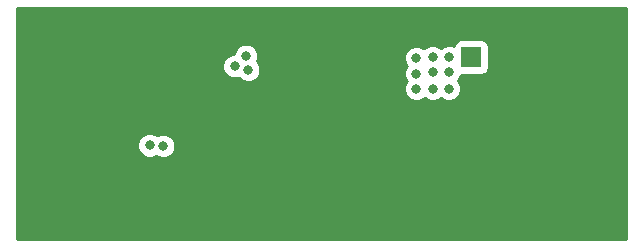
<source format=gbl>
G04 #@! TF.GenerationSoftware,KiCad,Pcbnew,(5.0.1)-4*
G04 #@! TF.CreationDate,2019-05-20T12:59:14-07:00*
G04 #@! TF.ProjectId,Tripler_circuit,547269706C65725F636972637569742E,rev?*
G04 #@! TF.SameCoordinates,Original*
G04 #@! TF.FileFunction,Copper,L4,Bot,Signal*
G04 #@! TF.FilePolarity,Positive*
%FSLAX46Y46*%
G04 Gerber Fmt 4.6, Leading zero omitted, Abs format (unit mm)*
G04 Created by KiCad (PCBNEW (5.0.1)-4) date 5/20/2019 12:59:14 PM*
%MOMM*%
%LPD*%
G01*
G04 APERTURE LIST*
G04 #@! TA.AperFunction,ComponentPad*
%ADD10R,1.700000X1.700000*%
G04 #@! TD*
G04 #@! TA.AperFunction,ComponentPad*
%ADD11O,1.700000X1.700000*%
G04 #@! TD*
G04 #@! TA.AperFunction,ViaPad*
%ADD12C,0.350000*%
G04 #@! TD*
G04 #@! TA.AperFunction,ViaPad*
%ADD13C,0.600000*%
G04 #@! TD*
G04 #@! TA.AperFunction,ComponentPad*
%ADD14C,0.600000*%
G04 #@! TD*
G04 #@! TA.AperFunction,ViaPad*
%ADD15C,0.800000*%
G04 #@! TD*
G04 #@! TA.AperFunction,Conductor*
%ADD16C,0.250000*%
G04 #@! TD*
G04 #@! TA.AperFunction,Conductor*
%ADD17C,0.254000*%
G04 #@! TD*
G04 APERTURE END LIST*
D10*
G04 #@! TO.P,J1,1*
G04 #@! TO.N,+5V*
X138684000Y-86360000D03*
D11*
G04 #@! TO.P,J1,2*
G04 #@! TO.N,GND*
X141224000Y-86360000D03*
G04 #@! TD*
D12*
G04 #@! TO.N,GND*
G04 #@! TO.C,U2*
X116675000Y-89700000D03*
X116225000Y-89700000D03*
X116675000Y-90450000D03*
X116225000Y-90450000D03*
X116225000Y-90075000D03*
X116675000Y-90075000D03*
X116675000Y-89325000D03*
X116675000Y-88950000D03*
X116225000Y-89325000D03*
X116225000Y-88950000D03*
G04 #@! TD*
D13*
G04 #@! TO.N,GND*
G04 #@! TO.C,U1*
X128225000Y-90890000D03*
X129495000Y-90890000D03*
X130765000Y-90890000D03*
X130765000Y-92390000D03*
X129495000Y-92390000D03*
X128225000Y-92390000D03*
X126955000Y-92390000D03*
X125685000Y-92390000D03*
X125685000Y-93890000D03*
X126955000Y-93890000D03*
X128225000Y-93890000D03*
G04 #@! TD*
D14*
G04 #@! TO.P,U3,2*
G04 #@! TO.N,GND*
X134560000Y-96580000D03*
X135700000Y-96580000D03*
G04 #@! TO.P,U3,4*
X134560000Y-94180000D03*
X135700000Y-94180000D03*
G04 #@! TD*
G04 #@! TO.P,U5,4*
G04 #@! TO.N,GND*
X141420000Y-94170000D03*
X140280000Y-94170000D03*
G04 #@! TO.P,U5,2*
X141420000Y-96570000D03*
X140280000Y-96570000D03*
G04 #@! TD*
D15*
G04 #@! TO.N,+5V*
X136800000Y-86375000D03*
X135400000Y-86375000D03*
X135400000Y-87650000D03*
X136800000Y-87650000D03*
X136775000Y-89050000D03*
X135425000Y-89050000D03*
X134025000Y-89050000D03*
X134025000Y-87750000D03*
X134025000Y-86425000D03*
X111450000Y-93825000D03*
X112600000Y-93875000D03*
X119800000Y-87425000D03*
X118650000Y-87125000D03*
X119600000Y-86250000D03*
G04 #@! TO.N,GND*
X147600000Y-93050000D03*
X150100000Y-95450000D03*
X147625000Y-97675000D03*
X141900000Y-88975000D03*
X143175000Y-89000000D03*
X144475000Y-89050000D03*
X144500000Y-87750000D03*
X143225000Y-87700000D03*
X143225000Y-86375000D03*
X144525000Y-86400000D03*
X143825000Y-91350000D03*
X145150000Y-91275000D03*
X146500000Y-91325000D03*
X147875000Y-91350000D03*
X149200000Y-91300000D03*
X150575000Y-91300000D03*
X144175000Y-99400000D03*
X145200000Y-99450000D03*
X146475000Y-99475000D03*
X147925000Y-99475000D03*
X149250000Y-99500000D03*
X150600000Y-99475000D03*
X143625000Y-97950000D03*
X143600000Y-92975000D03*
X103675000Y-87075000D03*
X101375000Y-89450000D03*
X103650000Y-91775000D03*
X101375000Y-93650000D03*
X102650000Y-93650000D03*
X103900000Y-93675000D03*
X105175000Y-93675000D03*
X106350000Y-93725000D03*
X107625000Y-93750000D03*
X109000000Y-93200000D03*
X101375000Y-85200000D03*
X102775000Y-85200000D03*
X103950000Y-85200000D03*
X105175000Y-85200000D03*
X106350000Y-85200000D03*
X107500000Y-85450000D03*
X107500000Y-85450000D03*
D12*
X107625000Y-90575000D03*
X108100000Y-90575000D03*
X108625000Y-90575000D03*
X109175000Y-90575000D03*
X109475000Y-91075000D03*
X110075000Y-91325000D03*
X110675000Y-91350000D03*
X111150000Y-90975000D03*
X111525000Y-90600000D03*
X112150000Y-90625000D03*
X112800000Y-90625000D03*
X107700000Y-88425000D03*
X108300000Y-88425000D03*
X108975000Y-88425000D03*
X109625000Y-88425000D03*
X110250000Y-88425000D03*
X110900000Y-88425000D03*
X111525000Y-88425000D03*
X112200000Y-88425000D03*
X112825000Y-88425000D03*
X113525000Y-88425000D03*
X114225000Y-88425000D03*
X114850000Y-88350000D03*
X115475000Y-88125000D03*
X116075000Y-88125000D03*
X116675000Y-88125000D03*
X117350000Y-88150000D03*
X114775000Y-92650000D03*
X114775000Y-92075000D03*
X114775000Y-91500000D03*
X114775000Y-90900000D03*
X115400000Y-91200000D03*
X115975000Y-91225000D03*
X116600000Y-91225000D03*
X117175000Y-91225000D03*
X117750000Y-91275000D03*
X117750000Y-91950000D03*
X117750000Y-92450000D03*
X122325000Y-90350000D03*
X121775000Y-90350000D03*
X121150000Y-90375000D03*
X120525000Y-90375000D03*
X119925000Y-90400000D03*
X119325000Y-90400000D03*
X118850498Y-90124502D03*
X119325000Y-92025000D03*
X119325000Y-91250000D03*
X121250000Y-87350000D03*
X120950000Y-88325000D03*
X121750000Y-88325000D03*
X122400000Y-88325000D03*
X123075000Y-88300000D03*
X123900000Y-88275000D03*
X124625000Y-88050000D03*
X125300000Y-88025000D03*
X125975000Y-88025000D03*
X126700000Y-88050000D03*
X126700000Y-88050000D03*
X133625000Y-96400000D03*
X132750000Y-96400000D03*
X131950000Y-96625000D03*
X131000000Y-96900000D03*
X130250000Y-96900000D03*
X133625000Y-94300000D03*
X132725000Y-94225000D03*
X132025000Y-93975000D03*
X136725000Y-94250000D03*
X137450000Y-94300000D03*
X138125000Y-94325000D03*
X138825000Y-94350000D03*
X139475000Y-94125000D03*
X142325000Y-94275000D03*
X142975000Y-94400000D03*
X143825000Y-94425000D03*
X136700000Y-96425000D03*
X137375000Y-96425000D03*
X138100000Y-96450000D03*
X138825000Y-96450000D03*
X139475000Y-96675000D03*
X142400000Y-96450000D03*
X143100000Y-96375000D03*
X143925000Y-96300000D03*
X124075000Y-90425000D03*
X124575000Y-90850000D03*
D15*
X128225000Y-87625000D03*
X129600000Y-87650000D03*
X130900000Y-87675000D03*
X125675000Y-97175000D03*
X126975000Y-97200000D03*
X128350000Y-97225000D03*
X123600000Y-95375000D03*
X123550000Y-94025000D03*
X132675000Y-89850000D03*
X132675000Y-91350000D03*
X132725000Y-92675000D03*
X120600000Y-95725000D03*
X116775000Y-95775000D03*
X112150000Y-95850000D03*
X107050000Y-95825000D03*
X102525000Y-95800000D03*
X120650000Y-99600000D03*
X117000000Y-99600000D03*
X125025000Y-99550000D03*
X128575000Y-99650000D03*
X132225000Y-99700000D03*
X136275000Y-99800000D03*
X140425000Y-99850000D03*
X135125000Y-91350000D03*
X138075000Y-91500000D03*
X141200000Y-91525000D03*
X147900000Y-89125000D03*
X147875000Y-86675000D03*
X147800000Y-83725000D03*
X128425000Y-84225000D03*
X130825000Y-84325000D03*
X124900000Y-84325000D03*
X121775000Y-84225000D03*
X118375000Y-84250000D03*
X114450000Y-84250000D03*
X111250000Y-84300000D03*
G04 #@! TD*
D16*
G04 #@! TO.N,GND*
X141925000Y-88950000D02*
X141900000Y-88975000D01*
X143175000Y-89000000D02*
X144425000Y-89000000D01*
X144425000Y-89000000D02*
X144475000Y-89050000D01*
X144500000Y-87750000D02*
X143275000Y-87750000D01*
X143275000Y-87750000D02*
X143225000Y-87700000D01*
X143225000Y-86375000D02*
X144500000Y-86375000D01*
X144500000Y-86375000D02*
X144525000Y-86400000D01*
X143825000Y-91350000D02*
X145075000Y-91350000D01*
X145075000Y-91350000D02*
X145150000Y-91275000D01*
X146500000Y-91325000D02*
X147850000Y-91325000D01*
X147850000Y-91325000D02*
X147875000Y-91350000D01*
X149200000Y-91300000D02*
X150575000Y-91300000D01*
X144175000Y-99400000D02*
X145150000Y-99400000D01*
X145150000Y-99400000D02*
X145200000Y-99450000D01*
X146475000Y-99475000D02*
X147925000Y-99475000D01*
X149250000Y-99500000D02*
X150575000Y-99500000D01*
X150575000Y-99500000D02*
X150600000Y-99475000D01*
X143825000Y-91350000D02*
X143825000Y-92750000D01*
X143825000Y-92750000D02*
X143600000Y-92975000D01*
X101375000Y-93650000D02*
X102650000Y-93650000D01*
X103900000Y-93675000D02*
X105175000Y-93675000D01*
X106350000Y-93725000D02*
X107600000Y-93725000D01*
X107600000Y-93725000D02*
X107625000Y-93750000D01*
X101375000Y-85200000D02*
X102775000Y-85200000D01*
X103950000Y-85200000D02*
X105175000Y-85200000D01*
X106350000Y-85200000D02*
X107250000Y-85200000D01*
X107250000Y-85200000D02*
X107500000Y-85450000D01*
X107625000Y-90575000D02*
X108100000Y-90575000D01*
X108625000Y-90575000D02*
X109175000Y-90575000D01*
X109475000Y-91075000D02*
X109825000Y-91075000D01*
X109825000Y-91075000D02*
X110075000Y-91325000D01*
X110675000Y-91350000D02*
X110775000Y-91350000D01*
X110775000Y-91350000D02*
X111150000Y-90975000D01*
X111525000Y-90600000D02*
X112125000Y-90600000D01*
X112125000Y-90600000D02*
X112150000Y-90625000D01*
X107700000Y-88425000D02*
X108300000Y-88425000D01*
X108975000Y-88425000D02*
X109625000Y-88425000D01*
X110250000Y-88425000D02*
X110900000Y-88425000D01*
X111525000Y-88425000D02*
X112200000Y-88425000D01*
X112825000Y-88425000D02*
X113525000Y-88425000D01*
X114225000Y-88425000D02*
X114775000Y-88425000D01*
X114775000Y-88425000D02*
X114850000Y-88350000D01*
X115475000Y-88125000D02*
X116075000Y-88125000D01*
X116675000Y-88125000D02*
X117325000Y-88125000D01*
X117325000Y-88125000D02*
X117350000Y-88150000D01*
X114775000Y-92650000D02*
X114775000Y-92075000D01*
X114775000Y-91500000D02*
X114775000Y-90900000D01*
X115400000Y-91200000D02*
X115950000Y-91200000D01*
X115950000Y-91200000D02*
X115975000Y-91225000D01*
X116600000Y-91225000D02*
X117175000Y-91225000D01*
X117750000Y-91275000D02*
X117750000Y-91950000D01*
X122325000Y-90350000D02*
X121775000Y-90350000D01*
X121150000Y-90375000D02*
X120525000Y-90375000D01*
X119925000Y-90400000D02*
X119325000Y-90400000D01*
X119325000Y-92025000D02*
X119325000Y-91250000D01*
X121250000Y-87350000D02*
X121250000Y-88025000D01*
X121250000Y-88025000D02*
X120950000Y-88325000D01*
X121750000Y-88325000D02*
X122400000Y-88325000D01*
X123075000Y-88300000D02*
X123875000Y-88300000D01*
X123875000Y-88300000D02*
X123900000Y-88275000D01*
X124625000Y-88050000D02*
X125275000Y-88050000D01*
X125275000Y-88050000D02*
X125300000Y-88025000D01*
X125975000Y-88025000D02*
X126675000Y-88025000D01*
X126675000Y-88025000D02*
X126700000Y-88050000D01*
X133625000Y-96400000D02*
X132750000Y-96400000D01*
X131950000Y-96625000D02*
X131275000Y-96625000D01*
X131275000Y-96625000D02*
X131000000Y-96900000D01*
X134560000Y-94180000D02*
X133745000Y-94180000D01*
X133745000Y-94180000D02*
X133625000Y-94300000D01*
X132725000Y-94225000D02*
X132275000Y-94225000D01*
X132275000Y-94225000D02*
X132025000Y-93975000D01*
X136725000Y-94250000D02*
X137400000Y-94250000D01*
X137400000Y-94250000D02*
X137450000Y-94300000D01*
X138125000Y-94325000D02*
X138800000Y-94325000D01*
X138800000Y-94325000D02*
X138825000Y-94350000D01*
X140235000Y-94125000D02*
X140280000Y-94170000D01*
X139475000Y-94125000D02*
X140235000Y-94125000D01*
X141420000Y-94170000D02*
X142220000Y-94170000D01*
X142220000Y-94170000D02*
X142325000Y-94275000D01*
X142975000Y-94400000D02*
X143800000Y-94400000D01*
X143800000Y-94400000D02*
X143825000Y-94425000D01*
X136700000Y-96425000D02*
X137375000Y-96425000D01*
X138100000Y-96450000D02*
X138825000Y-96450000D01*
X139827487Y-96570000D02*
X140280000Y-96570000D01*
X139475000Y-96675000D02*
X139722487Y-96675000D01*
X139722487Y-96675000D02*
X139827487Y-96570000D01*
X141420000Y-96570000D02*
X142280000Y-96570000D01*
X142280000Y-96570000D02*
X142400000Y-96450000D01*
X143100000Y-96375000D02*
X143850000Y-96375000D01*
X143850000Y-96375000D02*
X143925000Y-96300000D01*
X124075000Y-90425000D02*
X124150000Y-90425000D01*
X124150000Y-90425000D02*
X124575000Y-90850000D01*
X128225000Y-87625000D02*
X129575000Y-87625000D01*
X129575000Y-87625000D02*
X129600000Y-87650000D01*
X125675000Y-97175000D02*
X126950000Y-97175000D01*
X126950000Y-97175000D02*
X126975000Y-97200000D01*
X123600000Y-95375000D02*
X123600000Y-94075000D01*
X123600000Y-94075000D02*
X123550000Y-94025000D01*
X132675000Y-89850000D02*
X132675000Y-91350000D01*
X125675000Y-97175000D02*
X122050000Y-97175000D01*
X122050000Y-97175000D02*
X120600000Y-95725000D01*
X116775000Y-95775000D02*
X112225000Y-95775000D01*
X112225000Y-95775000D02*
X112150000Y-95850000D01*
X107050000Y-95825000D02*
X102550000Y-95825000D01*
X102550000Y-95825000D02*
X102525000Y-95800000D01*
X120650000Y-99600000D02*
X117000000Y-99600000D01*
X125025000Y-99550000D02*
X128475000Y-99550000D01*
X128475000Y-99550000D02*
X128575000Y-99650000D01*
X132225000Y-99700000D02*
X136175000Y-99700000D01*
X136175000Y-99700000D02*
X136275000Y-99800000D01*
X132675000Y-91350000D02*
X135125000Y-91350000D01*
X138075000Y-91500000D02*
X141175000Y-91500000D01*
X141175000Y-91500000D02*
X141200000Y-91525000D01*
X147900000Y-89125000D02*
X147900000Y-86700000D01*
X147900000Y-86700000D02*
X147875000Y-86675000D01*
X128225000Y-87625000D02*
X128225000Y-84425000D01*
X128225000Y-84425000D02*
X128425000Y-84225000D01*
X128425000Y-84225000D02*
X125000000Y-84225000D01*
X125000000Y-84225000D02*
X124900000Y-84325000D01*
X118375000Y-84250000D02*
X114450000Y-84250000D01*
G04 #@! TD*
D17*
G04 #@! TO.N,GND*
G36*
X151765000Y-101727000D02*
X100203000Y-101727000D01*
X100203000Y-93619126D01*
X110415000Y-93619126D01*
X110415000Y-94030874D01*
X110572569Y-94411280D01*
X110863720Y-94702431D01*
X111244126Y-94860000D01*
X111655874Y-94860000D01*
X111984972Y-94723683D01*
X112013720Y-94752431D01*
X112394126Y-94910000D01*
X112805874Y-94910000D01*
X113186280Y-94752431D01*
X113477431Y-94461280D01*
X113635000Y-94080874D01*
X113635000Y-93669126D01*
X113477431Y-93288720D01*
X113186280Y-92997569D01*
X112805874Y-92840000D01*
X112394126Y-92840000D01*
X112065028Y-92976317D01*
X112036280Y-92947569D01*
X111655874Y-92790000D01*
X111244126Y-92790000D01*
X110863720Y-92947569D01*
X110572569Y-93238720D01*
X110415000Y-93619126D01*
X100203000Y-93619126D01*
X100203000Y-86919126D01*
X117615000Y-86919126D01*
X117615000Y-87330874D01*
X117772569Y-87711280D01*
X118063720Y-88002431D01*
X118444126Y-88160000D01*
X118855874Y-88160000D01*
X119008195Y-88096906D01*
X119213720Y-88302431D01*
X119594126Y-88460000D01*
X120005874Y-88460000D01*
X120386280Y-88302431D01*
X120677431Y-88011280D01*
X120835000Y-87630874D01*
X120835000Y-87219126D01*
X120677431Y-86838720D01*
X120535295Y-86696584D01*
X120635000Y-86455874D01*
X120635000Y-86219126D01*
X132990000Y-86219126D01*
X132990000Y-86630874D01*
X133147569Y-87011280D01*
X133223789Y-87087500D01*
X133147569Y-87163720D01*
X132990000Y-87544126D01*
X132990000Y-87955874D01*
X133147569Y-88336280D01*
X133211289Y-88400000D01*
X133147569Y-88463720D01*
X132990000Y-88844126D01*
X132990000Y-89255874D01*
X133147569Y-89636280D01*
X133438720Y-89927431D01*
X133819126Y-90085000D01*
X134230874Y-90085000D01*
X134611280Y-89927431D01*
X134725000Y-89813711D01*
X134838720Y-89927431D01*
X135219126Y-90085000D01*
X135630874Y-90085000D01*
X136011280Y-89927431D01*
X136100000Y-89838711D01*
X136188720Y-89927431D01*
X136569126Y-90085000D01*
X136980874Y-90085000D01*
X137361280Y-89927431D01*
X137652431Y-89636280D01*
X137810000Y-89255874D01*
X137810000Y-88844126D01*
X137652431Y-88463720D01*
X137551211Y-88362500D01*
X137677431Y-88236280D01*
X137834351Y-87857440D01*
X139534000Y-87857440D01*
X139781765Y-87808157D01*
X139991809Y-87667809D01*
X140132157Y-87457765D01*
X140181440Y-87210000D01*
X140181440Y-85510000D01*
X140132157Y-85262235D01*
X139991809Y-85052191D01*
X139781765Y-84911843D01*
X139534000Y-84862560D01*
X137834000Y-84862560D01*
X137586235Y-84911843D01*
X137376191Y-85052191D01*
X137235843Y-85262235D01*
X137204047Y-85422086D01*
X137005874Y-85340000D01*
X136594126Y-85340000D01*
X136213720Y-85497569D01*
X136100000Y-85611289D01*
X135986280Y-85497569D01*
X135605874Y-85340000D01*
X135194126Y-85340000D01*
X134813720Y-85497569D01*
X134687500Y-85623789D01*
X134611280Y-85547569D01*
X134230874Y-85390000D01*
X133819126Y-85390000D01*
X133438720Y-85547569D01*
X133147569Y-85838720D01*
X132990000Y-86219126D01*
X120635000Y-86219126D01*
X120635000Y-86044126D01*
X120477431Y-85663720D01*
X120186280Y-85372569D01*
X119805874Y-85215000D01*
X119394126Y-85215000D01*
X119013720Y-85372569D01*
X118722569Y-85663720D01*
X118565000Y-86044126D01*
X118565000Y-86090000D01*
X118444126Y-86090000D01*
X118063720Y-86247569D01*
X117772569Y-86538720D01*
X117615000Y-86919126D01*
X100203000Y-86919126D01*
X100203000Y-82169000D01*
X151765000Y-82169000D01*
X151765000Y-101727000D01*
X151765000Y-101727000D01*
G37*
X151765000Y-101727000D02*
X100203000Y-101727000D01*
X100203000Y-93619126D01*
X110415000Y-93619126D01*
X110415000Y-94030874D01*
X110572569Y-94411280D01*
X110863720Y-94702431D01*
X111244126Y-94860000D01*
X111655874Y-94860000D01*
X111984972Y-94723683D01*
X112013720Y-94752431D01*
X112394126Y-94910000D01*
X112805874Y-94910000D01*
X113186280Y-94752431D01*
X113477431Y-94461280D01*
X113635000Y-94080874D01*
X113635000Y-93669126D01*
X113477431Y-93288720D01*
X113186280Y-92997569D01*
X112805874Y-92840000D01*
X112394126Y-92840000D01*
X112065028Y-92976317D01*
X112036280Y-92947569D01*
X111655874Y-92790000D01*
X111244126Y-92790000D01*
X110863720Y-92947569D01*
X110572569Y-93238720D01*
X110415000Y-93619126D01*
X100203000Y-93619126D01*
X100203000Y-86919126D01*
X117615000Y-86919126D01*
X117615000Y-87330874D01*
X117772569Y-87711280D01*
X118063720Y-88002431D01*
X118444126Y-88160000D01*
X118855874Y-88160000D01*
X119008195Y-88096906D01*
X119213720Y-88302431D01*
X119594126Y-88460000D01*
X120005874Y-88460000D01*
X120386280Y-88302431D01*
X120677431Y-88011280D01*
X120835000Y-87630874D01*
X120835000Y-87219126D01*
X120677431Y-86838720D01*
X120535295Y-86696584D01*
X120635000Y-86455874D01*
X120635000Y-86219126D01*
X132990000Y-86219126D01*
X132990000Y-86630874D01*
X133147569Y-87011280D01*
X133223789Y-87087500D01*
X133147569Y-87163720D01*
X132990000Y-87544126D01*
X132990000Y-87955874D01*
X133147569Y-88336280D01*
X133211289Y-88400000D01*
X133147569Y-88463720D01*
X132990000Y-88844126D01*
X132990000Y-89255874D01*
X133147569Y-89636280D01*
X133438720Y-89927431D01*
X133819126Y-90085000D01*
X134230874Y-90085000D01*
X134611280Y-89927431D01*
X134725000Y-89813711D01*
X134838720Y-89927431D01*
X135219126Y-90085000D01*
X135630874Y-90085000D01*
X136011280Y-89927431D01*
X136100000Y-89838711D01*
X136188720Y-89927431D01*
X136569126Y-90085000D01*
X136980874Y-90085000D01*
X137361280Y-89927431D01*
X137652431Y-89636280D01*
X137810000Y-89255874D01*
X137810000Y-88844126D01*
X137652431Y-88463720D01*
X137551211Y-88362500D01*
X137677431Y-88236280D01*
X137834351Y-87857440D01*
X139534000Y-87857440D01*
X139781765Y-87808157D01*
X139991809Y-87667809D01*
X140132157Y-87457765D01*
X140181440Y-87210000D01*
X140181440Y-85510000D01*
X140132157Y-85262235D01*
X139991809Y-85052191D01*
X139781765Y-84911843D01*
X139534000Y-84862560D01*
X137834000Y-84862560D01*
X137586235Y-84911843D01*
X137376191Y-85052191D01*
X137235843Y-85262235D01*
X137204047Y-85422086D01*
X137005874Y-85340000D01*
X136594126Y-85340000D01*
X136213720Y-85497569D01*
X136100000Y-85611289D01*
X135986280Y-85497569D01*
X135605874Y-85340000D01*
X135194126Y-85340000D01*
X134813720Y-85497569D01*
X134687500Y-85623789D01*
X134611280Y-85547569D01*
X134230874Y-85390000D01*
X133819126Y-85390000D01*
X133438720Y-85547569D01*
X133147569Y-85838720D01*
X132990000Y-86219126D01*
X120635000Y-86219126D01*
X120635000Y-86044126D01*
X120477431Y-85663720D01*
X120186280Y-85372569D01*
X119805874Y-85215000D01*
X119394126Y-85215000D01*
X119013720Y-85372569D01*
X118722569Y-85663720D01*
X118565000Y-86044126D01*
X118565000Y-86090000D01*
X118444126Y-86090000D01*
X118063720Y-86247569D01*
X117772569Y-86538720D01*
X117615000Y-86919126D01*
X100203000Y-86919126D01*
X100203000Y-82169000D01*
X151765000Y-82169000D01*
X151765000Y-101727000D01*
G04 #@! TD*
M02*

</source>
